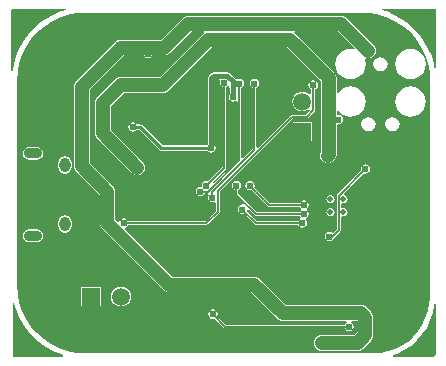
<source format=gbl>
G04*
G04 #@! TF.GenerationSoftware,Altium Limited,Altium Designer,19.1.7 (138)*
G04*
G04 Layer_Physical_Order=2*
G04 Layer_Color=16711680*
%FSLAX44Y44*%
%MOMM*%
G71*
G01*
G75*
%ADD70C,0.1270*%
%ADD74C,0.2540*%
%ADD78C,0.3810*%
%ADD79O,0.9500X1.2500*%
%ADD80O,1.5500X0.9000*%
%ADD81R,1.5000X1.5000*%
%ADD82C,1.5000*%
%ADD83R,1.5000X1.5000*%
%ADD84C,0.6096*%
%ADD85C,0.5000*%
%ADD86C,1.1430*%
G36*
X1220470Y889389D02*
X1219200Y889282D01*
X1218634Y892614D01*
X1216710Y899290D01*
X1214051Y905710D01*
X1210690Y911791D01*
X1206670Y917458D01*
X1202040Y922639D01*
X1196859Y927269D01*
X1191192Y931290D01*
X1185111Y934650D01*
X1178691Y937309D01*
X1174455Y938530D01*
X1174634Y939800D01*
X1220470D01*
Y889389D01*
D02*
G37*
G36*
X907073Y938530D02*
X902840Y937310D01*
X896420Y934651D01*
X890339Y931290D01*
X884672Y927270D01*
X879491Y922640D01*
X874861Y917459D01*
X870841Y911792D01*
X867479Y905711D01*
X864820Y899291D01*
X862897Y892615D01*
X861972Y887172D01*
X860702Y887275D01*
X860356Y938678D01*
X861618Y939800D01*
X906893D01*
X907073Y938530D01*
D02*
G37*
G36*
X923304Y936329D02*
X1158240Y936329D01*
X1158382Y936357D01*
X1165738Y935875D01*
X1173120Y934407D01*
X1180247Y931987D01*
X1186998Y928658D01*
X1193256Y924477D01*
X1198915Y919514D01*
X1203877Y913855D01*
X1208059Y907597D01*
X1211388Y900846D01*
X1213808Y893719D01*
X1215276Y886337D01*
X1215759Y878972D01*
X1215730Y878826D01*
Y868681D01*
Y697193D01*
X1215321Y696582D01*
X1215154Y695740D01*
X1215089Y694497D01*
X1214763Y689513D01*
X1213543Y683382D01*
X1211534Y677464D01*
X1208770Y671858D01*
X1205297Y666660D01*
X1201176Y661961D01*
X1196476Y657840D01*
X1191279Y654367D01*
X1185673Y651602D01*
X1179754Y649593D01*
X1173624Y648374D01*
X1167453Y647969D01*
X1167386Y647983D01*
X923291D01*
X923148Y647954D01*
X915793Y648437D01*
X908411Y649905D01*
X901284Y652324D01*
X894533Y655653D01*
X888275Y659835D01*
X882616Y664798D01*
X877653Y670456D01*
X873472Y676715D01*
X870143Y683465D01*
X867723Y690592D01*
X866255Y697974D01*
X865772Y705340D01*
X865801Y705485D01*
Y878840D01*
X865773Y878982D01*
X866255Y886338D01*
X867723Y893720D01*
X870143Y900847D01*
X873472Y907598D01*
X877653Y913856D01*
X882616Y919515D01*
X888275Y924477D01*
X894533Y928659D01*
X901284Y931988D01*
X908411Y934408D01*
X915793Y935876D01*
X923155Y936358D01*
X923304Y936329D01*
D02*
G37*
G36*
X864820Y685021D02*
X867479Y678602D01*
X870841Y672520D01*
X874861Y666853D01*
X879491Y661673D01*
X884672Y657043D01*
X890339Y653022D01*
X896420Y649661D01*
X902840Y647002D01*
X904868Y646417D01*
X904690Y645160D01*
X862330D01*
X862028Y690128D01*
X863296Y690311D01*
X864820Y685021D01*
D02*
G37*
G36*
X1220470Y689208D02*
Y647048D01*
X1217930Y644508D01*
X1217278Y645160D01*
X1184473D01*
X1184264Y646430D01*
X1187378Y647487D01*
X1193506Y650509D01*
X1199188Y654306D01*
X1204325Y658811D01*
X1208831Y663949D01*
X1212627Y669630D01*
X1215650Y675759D01*
X1217846Y682230D01*
X1219179Y688932D01*
X1219200Y689249D01*
X1220470Y689208D01*
D02*
G37*
%LPC*%
G36*
X1140460Y933761D02*
X1140460Y933761D01*
X1010920D01*
X1010920Y933761D01*
X1009196Y933534D01*
X1007589Y932869D01*
X1006210Y931810D01*
X1006210Y931810D01*
X987841Y913441D01*
X953770D01*
X953770Y913441D01*
X952682Y913298D01*
X952500Y913334D01*
X950964Y913029D01*
X949662Y912158D01*
X949378Y911734D01*
X949060Y911490D01*
X949060Y911490D01*
X916040Y878470D01*
X914981Y877091D01*
X914316Y875484D01*
X914089Y873760D01*
X914089Y873760D01*
Y806450D01*
X914089Y806450D01*
X914316Y804726D01*
X914981Y803120D01*
X916040Y801740D01*
X935679Y782101D01*
Y758510D01*
X935679Y758510D01*
X935906Y756786D01*
X936571Y755180D01*
X937630Y753800D01*
X990020Y701410D01*
X990020Y701410D01*
X991400Y700351D01*
X993006Y699686D01*
X994730Y699459D01*
X1064041D01*
X1086220Y677280D01*
X1086220Y677280D01*
X1087599Y676221D01*
X1089206Y675556D01*
X1090930Y675329D01*
X1090930Y675329D01*
X1144591D01*
X1144960Y674059D01*
X1143972Y673398D01*
X1143177Y672210D01*
X1042671D01*
X1035322Y679558D01*
X1035601Y680961D01*
X1035295Y682497D01*
X1034425Y683799D01*
X1033123Y684669D01*
X1031587Y684975D01*
X1030051Y684669D01*
X1028748Y683799D01*
X1027878Y682497D01*
X1027572Y680961D01*
X1027878Y679425D01*
X1028748Y678122D01*
X1030051Y677252D01*
X1031587Y676947D01*
X1032989Y677226D01*
X1040821Y669394D01*
X1041988Y668910D01*
X1143177D01*
X1143972Y667722D01*
X1145274Y666851D01*
X1146810Y666546D01*
X1148346Y666851D01*
X1149648Y667722D01*
X1150519Y669024D01*
X1150824Y670560D01*
X1150519Y672096D01*
X1149648Y673398D01*
X1148660Y674059D01*
X1149029Y675329D01*
X1154119D01*
Y666045D01*
X1151325Y663251D01*
X1123950D01*
X1122226Y663024D01*
X1120620Y662359D01*
X1119240Y661300D01*
X1118181Y659921D01*
X1117516Y658314D01*
X1117289Y656590D01*
X1117516Y654866D01*
X1118181Y653260D01*
X1119240Y651880D01*
X1120620Y650821D01*
X1122226Y650156D01*
X1123950Y649929D01*
X1154084D01*
X1154084Y649929D01*
X1155808Y650156D01*
X1157415Y650821D01*
X1158794Y651880D01*
X1165490Y658575D01*
X1165490Y658576D01*
X1166549Y659955D01*
X1167214Y661562D01*
X1167441Y663286D01*
Y678180D01*
X1167441Y678180D01*
X1167214Y679904D01*
X1166549Y681510D01*
X1165490Y682890D01*
X1165490Y682890D01*
X1161680Y686700D01*
X1160301Y687759D01*
X1158694Y688424D01*
X1156970Y688651D01*
X1156970Y688651D01*
X1093689D01*
X1071510Y710830D01*
X1070130Y711889D01*
X1068524Y712554D01*
X1066800Y712781D01*
X1066800Y712781D01*
X997489D01*
X957210Y753060D01*
X957628Y754438D01*
X957846Y754481D01*
X959148Y755352D01*
X959943Y756540D01*
X1026160D01*
X1027326Y757024D01*
X1036978Y766676D01*
X1037462Y767842D01*
Y784939D01*
X1099233Y846710D01*
X1111250D01*
X1112416Y847194D01*
X1117630Y852408D01*
X1118114Y853574D01*
Y871263D01*
X1119302Y872058D01*
X1120173Y873360D01*
X1120478Y874896D01*
X1120173Y876432D01*
X1119302Y877734D01*
X1118000Y878605D01*
X1116464Y878910D01*
X1114928Y878605D01*
X1113626Y877734D01*
X1112755Y876432D01*
X1112450Y874896D01*
X1112755Y873360D01*
X1113626Y872058D01*
X1114814Y871263D01*
Y867316D01*
X1113544Y866885D01*
X1113423Y867043D01*
X1111671Y868388D01*
X1109630Y869233D01*
X1107440Y869521D01*
X1105250Y869233D01*
X1103209Y868388D01*
X1101457Y867043D01*
X1100112Y865291D01*
X1099267Y863250D01*
X1098979Y861060D01*
X1099267Y858870D01*
X1100112Y856829D01*
X1101457Y855077D01*
X1103209Y853732D01*
X1105250Y852887D01*
X1107440Y852599D01*
X1109630Y852887D01*
X1111671Y853732D01*
X1112714Y854533D01*
X1114137Y854024D01*
X1114221Y853664D01*
X1110567Y850010D01*
X1098550D01*
X1097384Y849526D01*
X1069623Y821766D01*
X1068450Y822252D01*
Y872667D01*
X1069638Y873462D01*
X1070509Y874764D01*
X1070814Y876300D01*
X1070509Y877836D01*
X1069638Y879138D01*
X1068336Y880009D01*
X1066800Y880314D01*
X1065264Y880009D01*
X1063962Y879138D01*
X1063091Y877836D01*
X1062786Y876300D01*
X1063091Y874764D01*
X1063962Y873462D01*
X1065150Y872667D01*
Y821103D01*
X1056923Y812876D01*
X1055750Y813362D01*
Y872667D01*
X1056938Y873462D01*
X1057809Y874764D01*
X1058114Y876300D01*
X1057809Y877836D01*
X1056938Y879138D01*
X1055636Y880009D01*
X1054100Y880314D01*
X1052564Y880009D01*
X1052147Y879730D01*
X1051957Y879701D01*
X1050504Y880116D01*
X1050272Y880462D01*
X1045834Y884900D01*
X1044910Y885518D01*
X1043820Y885735D01*
X1043820Y885735D01*
X1032202D01*
X1032202Y885735D01*
X1031112Y885518D01*
X1030188Y884900D01*
X1030187Y884900D01*
X1027956Y882669D01*
X1027338Y881744D01*
X1027121Y880654D01*
X1027121Y880654D01*
Y824513D01*
X1026706Y823891D01*
X988972D01*
X971836Y841027D01*
X971122Y841504D01*
X970280Y841671D01*
X967194D01*
X966768Y842308D01*
X965466Y843179D01*
X963930Y843484D01*
X962394Y843179D01*
X961092Y842308D01*
X960221Y841006D01*
X959916Y839470D01*
X960221Y837934D01*
X961092Y836632D01*
X962394Y835761D01*
X963930Y835456D01*
X965466Y835761D01*
X966768Y836632D01*
X967194Y837269D01*
X969368D01*
X986503Y820134D01*
X987218Y819656D01*
X988060Y819489D01*
X1026706D01*
X1027132Y818852D01*
X1028434Y817981D01*
X1029970Y817676D01*
X1031506Y817981D01*
X1032808Y818852D01*
X1033679Y820154D01*
X1033984Y821690D01*
X1033679Y823226D01*
X1032819Y824513D01*
Y879474D01*
X1033382Y880037D01*
X1037138D01*
X1037816Y878767D01*
X1037691Y878580D01*
X1037386Y877044D01*
X1037691Y875508D01*
X1038562Y874205D01*
X1039750Y873411D01*
Y805863D01*
X1027562Y793675D01*
X1026160Y793954D01*
X1024624Y793649D01*
X1023322Y792778D01*
X1022451Y791476D01*
X1022146Y789940D01*
X1022188Y789731D01*
X1021290Y788832D01*
X1021080Y788874D01*
X1019544Y788569D01*
X1018242Y787698D01*
X1017371Y786396D01*
X1017066Y784860D01*
X1017371Y783324D01*
X1018242Y782022D01*
X1019544Y781151D01*
X1021080Y780846D01*
X1022616Y781151D01*
X1023918Y782022D01*
X1024713Y783210D01*
X1027270D01*
X1027819Y782526D01*
X1028013Y782037D01*
X1027531Y781316D01*
X1027226Y779780D01*
X1027531Y778244D01*
X1028402Y776942D01*
X1029704Y776071D01*
X1031240Y775766D01*
X1032776Y776071D01*
X1032892Y776149D01*
X1034162Y775470D01*
Y768525D01*
X1025477Y759840D01*
X959943D01*
X959148Y761028D01*
X957846Y761899D01*
X956310Y762204D01*
X954774Y761899D01*
X953472Y761028D01*
X952601Y759726D01*
X952558Y759508D01*
X951180Y759090D01*
X949001Y761269D01*
Y784860D01*
X949001Y784860D01*
X948774Y786584D01*
X948109Y788191D01*
X947050Y789570D01*
X947050Y789570D01*
X927411Y809209D01*
Y871001D01*
X956529Y900119D01*
X972951D01*
X973792Y898862D01*
X975094Y897991D01*
X976630Y897686D01*
X978166Y897991D01*
X979468Y898862D01*
X980309Y900119D01*
X990600D01*
X990600Y900119D01*
X992324Y900346D01*
X993931Y901011D01*
X995310Y902070D01*
X1013679Y920439D01*
X1023981D01*
X1024312Y919671D01*
X1024336Y919169D01*
X1023101Y918221D01*
X1023101Y918221D01*
X986571Y881691D01*
X953770D01*
X953770Y881691D01*
X952046Y881464D01*
X950440Y880799D01*
X949060Y879740D01*
X949060Y879740D01*
X933820Y864500D01*
X932761Y863120D01*
X932096Y861514D01*
X931869Y859790D01*
X931869Y859790D01*
Y834390D01*
X931869Y834390D01*
X932096Y832666D01*
X932761Y831059D01*
X933820Y829680D01*
X963030Y800470D01*
X964409Y799411D01*
X966016Y798746D01*
X967740Y798519D01*
X969464Y798746D01*
X971070Y799411D01*
X972450Y800470D01*
X973509Y801850D01*
X974174Y803456D01*
X974401Y805180D01*
X974174Y806904D01*
X973509Y808511D01*
X972450Y809890D01*
X945191Y837149D01*
Y857031D01*
X956529Y868369D01*
X989330D01*
X989330Y868369D01*
X991054Y868596D01*
X992661Y869261D01*
X994040Y870320D01*
X1030570Y906850D01*
X1094140D01*
X1122941Y878049D01*
Y817896D01*
X1122596Y817064D01*
X1122369Y815340D01*
X1122596Y813616D01*
X1123261Y812010D01*
X1124320Y810630D01*
X1125699Y809571D01*
X1127306Y808906D01*
X1129030Y808679D01*
X1130754Y808906D01*
X1132361Y809571D01*
X1133740Y810630D01*
X1134311Y811201D01*
X1134312Y811201D01*
X1135370Y812581D01*
X1136036Y814187D01*
X1136263Y815911D01*
X1136263Y815912D01*
Y840841D01*
X1137533Y841883D01*
X1137920Y841806D01*
X1139456Y842111D01*
X1140758Y842982D01*
X1141629Y844284D01*
X1141934Y845820D01*
X1141629Y847356D01*
X1140758Y848658D01*
X1139456Y849529D01*
X1137920Y849834D01*
X1137533Y849757D01*
X1136263Y850799D01*
Y853408D01*
X1137533Y853839D01*
X1138977Y851957D01*
X1141643Y849911D01*
X1144748Y848625D01*
X1148080Y848186D01*
X1151412Y848625D01*
X1154517Y849911D01*
X1157183Y851957D01*
X1159229Y854623D01*
X1160515Y857728D01*
X1160954Y861060D01*
X1160515Y864392D01*
X1159229Y867497D01*
X1157183Y870163D01*
X1154517Y872209D01*
X1151412Y873495D01*
X1148080Y873934D01*
X1144748Y873495D01*
X1141643Y872209D01*
X1138977Y870163D01*
X1137533Y868281D01*
X1136263Y868712D01*
Y880808D01*
X1136263Y880808D01*
X1136036Y882533D01*
X1135370Y884139D01*
X1134312Y885518D01*
X1134311Y885519D01*
X1101609Y918221D01*
X1100374Y919169D01*
X1100398Y919671D01*
X1100729Y920439D01*
X1137701D01*
X1151715Y906425D01*
X1151051Y905292D01*
X1148080Y905684D01*
X1144748Y905245D01*
X1141643Y903959D01*
X1138977Y901913D01*
X1136931Y899247D01*
X1135645Y896142D01*
X1135206Y892810D01*
X1135645Y889478D01*
X1136931Y886373D01*
X1138977Y883707D01*
X1141643Y881661D01*
X1144748Y880375D01*
X1148080Y879936D01*
X1151412Y880375D01*
X1154517Y881661D01*
X1157183Y883707D01*
X1159229Y886373D01*
X1160515Y889478D01*
X1160954Y892810D01*
X1160515Y896142D01*
X1160146Y897032D01*
X1161118Y898004D01*
X1161596Y897806D01*
X1163320Y897579D01*
X1165044Y897806D01*
X1166650Y898471D01*
X1168030Y899530D01*
X1169089Y900910D01*
X1169754Y902516D01*
X1169981Y904240D01*
X1169754Y905964D01*
X1169089Y907570D01*
X1168030Y908950D01*
X1145170Y931810D01*
X1143791Y932869D01*
X1142184Y933534D01*
X1140460Y933761D01*
D02*
G37*
G36*
X1173480Y898766D02*
X1171201Y898313D01*
X1169268Y897022D01*
X1167977Y895089D01*
X1167523Y892810D01*
X1167977Y890531D01*
X1169268Y888598D01*
X1171201Y887307D01*
X1173480Y886853D01*
X1175759Y887307D01*
X1177692Y888598D01*
X1178983Y890531D01*
X1179436Y892810D01*
X1178983Y895089D01*
X1177692Y897022D01*
X1175759Y898313D01*
X1173480Y898766D01*
D02*
G37*
G36*
X1198880Y905684D02*
X1195548Y905245D01*
X1192443Y903959D01*
X1189777Y901913D01*
X1187731Y899247D01*
X1186445Y896142D01*
X1186006Y892810D01*
X1186445Y889478D01*
X1187731Y886373D01*
X1189777Y883707D01*
X1192443Y881661D01*
X1195548Y880375D01*
X1198880Y879936D01*
X1202212Y880375D01*
X1205317Y881661D01*
X1207983Y883707D01*
X1210029Y886373D01*
X1211315Y889478D01*
X1211754Y892810D01*
X1211315Y896142D01*
X1210029Y899247D01*
X1207983Y901913D01*
X1205317Y903959D01*
X1202212Y905245D01*
X1198880Y905684D01*
D02*
G37*
G36*
Y873934D02*
X1195548Y873495D01*
X1192443Y872209D01*
X1189777Y870163D01*
X1187731Y867497D01*
X1186445Y864392D01*
X1186006Y861060D01*
X1186445Y857728D01*
X1187731Y854623D01*
X1189777Y851957D01*
X1192443Y849911D01*
X1195548Y848625D01*
X1198880Y848186D01*
X1202212Y848625D01*
X1205317Y849911D01*
X1207983Y851957D01*
X1210029Y854623D01*
X1211315Y857728D01*
X1211754Y861060D01*
X1211315Y864392D01*
X1210029Y867497D01*
X1207983Y870163D01*
X1205317Y872209D01*
X1202212Y873495D01*
X1198880Y873934D01*
D02*
G37*
G36*
X1183640Y847967D02*
X1181361Y847513D01*
X1179428Y846222D01*
X1178137Y844289D01*
X1177683Y842010D01*
X1178137Y839731D01*
X1179428Y837798D01*
X1181361Y836507D01*
X1183640Y836053D01*
X1185919Y836507D01*
X1187852Y837798D01*
X1189143Y839731D01*
X1189596Y842010D01*
X1189143Y844289D01*
X1187852Y846222D01*
X1185919Y847513D01*
X1183640Y847967D01*
D02*
G37*
G36*
X1163320D02*
X1161041Y847513D01*
X1159108Y846222D01*
X1157817Y844289D01*
X1157364Y842010D01*
X1157817Y839731D01*
X1159108Y837798D01*
X1161041Y836507D01*
X1163320Y836053D01*
X1165599Y836507D01*
X1167532Y837798D01*
X1168823Y839731D01*
X1169277Y842010D01*
X1168823Y844289D01*
X1167532Y846222D01*
X1165599Y847513D01*
X1163320Y847967D01*
D02*
G37*
G36*
X1115829Y844049D02*
X1099051D01*
Y827271D01*
X1115829D01*
Y844049D01*
D02*
G37*
G36*
X882560Y822815D02*
X876060D01*
X873957Y822396D01*
X872175Y821205D01*
X870984Y819423D01*
X870565Y817320D01*
X870984Y815217D01*
X872175Y813435D01*
X873957Y812244D01*
X876060Y811825D01*
X882560D01*
X884663Y812244D01*
X886445Y813435D01*
X887636Y815217D01*
X888055Y817320D01*
X887636Y819423D01*
X886445Y821205D01*
X884663Y822396D01*
X882560Y822815D01*
D02*
G37*
G36*
X906310Y814569D02*
X904110Y814132D01*
X902244Y812886D01*
X900998Y811020D01*
X900561Y808820D01*
Y805820D01*
X900998Y803620D01*
X902244Y801755D01*
X904110Y800508D01*
X906310Y800070D01*
X908510Y800508D01*
X910376Y801755D01*
X911622Y803620D01*
X912059Y805820D01*
Y808820D01*
X911622Y811020D01*
X910376Y812886D01*
X908510Y814132D01*
X906310Y814569D01*
D02*
G37*
G36*
X1160780Y807924D02*
X1159244Y807619D01*
X1157942Y806748D01*
X1157071Y805446D01*
X1156766Y803910D01*
X1157045Y802508D01*
X1136960Y782422D01*
X1136476Y781256D01*
Y752729D01*
X1133327Y749580D01*
X1133138Y749598D01*
X1131836Y750469D01*
X1130300Y750774D01*
X1128764Y750469D01*
X1127462Y749598D01*
X1126591Y748296D01*
X1126286Y746760D01*
X1126591Y745224D01*
X1127462Y743922D01*
X1128764Y743051D01*
X1130300Y742746D01*
X1131836Y743051D01*
X1133138Y743922D01*
X1134009Y745224D01*
X1134101Y745688D01*
X1139292Y750880D01*
X1139776Y752046D01*
Y763479D01*
X1141046Y764144D01*
X1142150Y763925D01*
X1143472Y764188D01*
X1144593Y764937D01*
X1145342Y766058D01*
X1145605Y767380D01*
X1145342Y768702D01*
X1144593Y769823D01*
X1143472Y770572D01*
X1142150Y770835D01*
X1141046Y770616D01*
X1139776Y771281D01*
Y774480D01*
X1141046Y775144D01*
X1142150Y774925D01*
X1143472Y775188D01*
X1144593Y775937D01*
X1145342Y777058D01*
X1145605Y778380D01*
X1145342Y779702D01*
X1144593Y780823D01*
X1143472Y781572D01*
X1142721Y781722D01*
X1142256Y783053D01*
X1159378Y800175D01*
X1160780Y799896D01*
X1162316Y800201D01*
X1163618Y801072D01*
X1164489Y802374D01*
X1164794Y803910D01*
X1164489Y805446D01*
X1163618Y806748D01*
X1162316Y807619D01*
X1160780Y807924D01*
D02*
G37*
G36*
X1131150Y781835D02*
X1129828Y781572D01*
X1128707Y780823D01*
X1127958Y779702D01*
X1127695Y778380D01*
X1127958Y777058D01*
X1128707Y775937D01*
X1129828Y775188D01*
X1131150Y774925D01*
X1132472Y775188D01*
X1133593Y775937D01*
X1134342Y777058D01*
X1134605Y778380D01*
X1134342Y779702D01*
X1133593Y780823D01*
X1132472Y781572D01*
X1131150Y781835D01*
D02*
G37*
G36*
X1062990Y793954D02*
X1061454Y793649D01*
X1060152Y792778D01*
X1059281Y791476D01*
X1058976Y789940D01*
X1059281Y788404D01*
X1060152Y787102D01*
X1061454Y786231D01*
X1062990Y785926D01*
X1064392Y786205D01*
X1078334Y772264D01*
X1079500Y771780D01*
X1105077D01*
X1105872Y770592D01*
X1106183Y770384D01*
Y768856D01*
X1105872Y768648D01*
X1105077Y767460D01*
X1068753D01*
X1053210Y783003D01*
Y786307D01*
X1054398Y787102D01*
X1055269Y788404D01*
X1055574Y789940D01*
X1055269Y791476D01*
X1054398Y792778D01*
X1053096Y793649D01*
X1051560Y793954D01*
X1050024Y793649D01*
X1048722Y792778D01*
X1047851Y791476D01*
X1047546Y789940D01*
X1047851Y788404D01*
X1048722Y787102D01*
X1049910Y786307D01*
Y782320D01*
X1050394Y781154D01*
X1056704Y774843D01*
X1056697Y774721D01*
X1056204Y773547D01*
X1055104Y773329D01*
X1053802Y772458D01*
X1052931Y771156D01*
X1052626Y769620D01*
X1052931Y768084D01*
X1053802Y766782D01*
X1055104Y765911D01*
X1056640Y765606D01*
X1058042Y765885D01*
X1066904Y757024D01*
X1068070Y756540D01*
X1103807D01*
X1104602Y755352D01*
X1105904Y754481D01*
X1107440Y754176D01*
X1108976Y754481D01*
X1110278Y755352D01*
X1111149Y756654D01*
X1111454Y758190D01*
X1111149Y759726D01*
X1110406Y760838D01*
X1110347Y761305D01*
X1110602Y762339D01*
X1111548Y762972D01*
X1112419Y764274D01*
X1112724Y765810D01*
X1112419Y767346D01*
X1111548Y768648D01*
X1111237Y768856D01*
Y770384D01*
X1111548Y770592D01*
X1112419Y771894D01*
X1112724Y773430D01*
X1112419Y774966D01*
X1111548Y776268D01*
X1110246Y777139D01*
X1108710Y777444D01*
X1107174Y777139D01*
X1105872Y776268D01*
X1105077Y775080D01*
X1080183D01*
X1066725Y788538D01*
X1067004Y789940D01*
X1066699Y791476D01*
X1065828Y792778D01*
X1064526Y793649D01*
X1062990Y793954D01*
D02*
G37*
G36*
X1131150Y770835D02*
X1129828Y770572D01*
X1128707Y769823D01*
X1127958Y768702D01*
X1127695Y767380D01*
X1127958Y766058D01*
X1128707Y764937D01*
X1129828Y764188D01*
X1131150Y763925D01*
X1132472Y764188D01*
X1133593Y764937D01*
X1134342Y766058D01*
X1134605Y767380D01*
X1134342Y768702D01*
X1133593Y769823D01*
X1132472Y770572D01*
X1131150Y770835D01*
D02*
G37*
G36*
X906310Y764569D02*
X904110Y764132D01*
X902244Y762886D01*
X900998Y761020D01*
X900561Y758820D01*
Y755820D01*
X900998Y753620D01*
X902244Y751755D01*
X904110Y750508D01*
X906310Y750070D01*
X908510Y750508D01*
X910376Y751755D01*
X911622Y753620D01*
X912059Y755820D01*
Y758820D01*
X911622Y761020D01*
X910376Y762886D01*
X908510Y764132D01*
X906310Y764569D01*
D02*
G37*
G36*
X882560Y752815D02*
X876060D01*
X873957Y752396D01*
X872175Y751205D01*
X870984Y749423D01*
X870565Y747320D01*
X870984Y745217D01*
X872175Y743435D01*
X873957Y742244D01*
X876060Y741825D01*
X882560D01*
X884663Y742244D01*
X886445Y743435D01*
X887636Y745217D01*
X888055Y747320D01*
X887636Y749423D01*
X886445Y751205D01*
X884663Y752396D01*
X882560Y752815D01*
D02*
G37*
G36*
X936759Y704349D02*
X919981D01*
Y687571D01*
X936759D01*
Y704349D01*
D02*
G37*
G36*
X953770Y704421D02*
X951580Y704133D01*
X949539Y703288D01*
X947787Y701943D01*
X946442Y700191D01*
X945597Y698150D01*
X945309Y695960D01*
X945597Y693770D01*
X946442Y691729D01*
X947787Y689977D01*
X949539Y688632D01*
X951580Y687787D01*
X953770Y687499D01*
X955960Y687787D01*
X958001Y688632D01*
X959753Y689977D01*
X961098Y691729D01*
X961943Y693770D01*
X962231Y695960D01*
X961943Y698150D01*
X961098Y700191D01*
X959753Y701943D01*
X958001Y703288D01*
X955960Y704133D01*
X953770Y704421D01*
D02*
G37*
%LPD*%
G36*
X1044914Y873981D02*
X1045441Y873720D01*
X1045626Y872790D01*
X1045734Y872629D01*
Y867038D01*
X1045311Y866406D01*
X1045006Y864870D01*
X1045311Y863334D01*
X1046182Y862032D01*
X1047484Y861161D01*
X1049020Y860856D01*
X1050556Y861161D01*
X1051180Y861579D01*
X1052450Y860900D01*
Y812097D01*
X1032319Y791966D01*
X1030912Y792355D01*
X1030911Y792358D01*
X1042566Y804014D01*
X1043050Y805180D01*
Y873411D01*
X1044139Y874139D01*
X1044914Y873981D01*
D02*
G37*
G36*
X1066904Y764644D02*
X1068070Y764160D01*
X1105077D01*
X1105744Y763162D01*
X1105781Y762875D01*
X1105727Y762385D01*
X1105548Y761661D01*
X1104602Y761028D01*
X1103807Y759840D01*
X1068753D01*
X1060582Y768010D01*
X1060809Y769162D01*
X1061978Y769569D01*
X1066904Y764644D01*
D02*
G37*
D70*
X1041988Y670560D02*
X1146810D01*
X1031587Y680961D02*
X1041988Y670560D01*
X1130300Y746760D02*
X1131044Y746016D01*
X1132096D01*
X1138126Y752046D01*
Y781256D01*
X1160780Y803910D01*
X1098550Y848360D02*
X1111250D01*
X1035812Y785622D02*
X1098550Y848360D01*
X1116464Y853574D02*
Y874896D01*
X1111250Y848360D02*
X1116464Y853574D01*
X1035812Y767842D02*
Y785622D01*
X1031240Y784860D02*
X1066800Y820420D01*
X1054100Y811414D02*
Y876300D01*
X1027546Y784860D02*
X1054100Y811414D01*
X1031240Y779780D02*
Y784860D01*
X1066800Y820420D02*
Y876300D01*
X1041400Y805180D02*
Y877044D01*
X1026160Y789940D02*
X1041400Y805180D01*
X1026160Y758190D02*
X1035812Y767842D01*
X956310Y758190D02*
X1026160D01*
X1062990Y789940D02*
X1079500Y773430D01*
X1051560Y782320D02*
X1068070Y765810D01*
X1051560Y782320D02*
Y789940D01*
X1079500Y773430D02*
X1108710D01*
X1068070Y765810D02*
X1108710D01*
X1068070Y758190D02*
X1107440D01*
X1056640Y769620D02*
X1068070Y758190D01*
X1021080Y784860D02*
X1027546D01*
D74*
X988060Y821690D02*
X1029970D01*
X970280Y839470D02*
X988060Y821690D01*
X963930Y839470D02*
X970280D01*
D78*
X1032202Y882886D02*
X1043820D01*
X1029970Y880654D02*
X1032202Y882886D01*
X1029970Y821690D02*
Y880654D01*
X1043820Y882886D02*
X1048258Y878448D01*
Y873880D02*
Y878448D01*
Y873880D02*
X1048583Y873556D01*
Y865307D02*
Y873556D01*
Y865307D02*
X1049020Y864870D01*
D79*
X906310Y757320D02*
D03*
Y807320D02*
D03*
D80*
X879310Y747320D02*
D03*
Y817320D02*
D03*
D81*
X1107440Y835660D02*
D03*
D82*
Y861060D02*
D03*
X953770Y695960D02*
D03*
D83*
X928370D02*
D03*
D84*
X1193800Y914400D02*
D03*
X1206500Y838200D02*
D03*
X1193800Y812800D02*
D03*
X1206500Y736600D02*
D03*
X1193800Y711200D02*
D03*
X1206500Y685800D02*
D03*
X1193800Y660400D02*
D03*
X1168400Y914400D02*
D03*
Y812800D02*
D03*
X1181100Y787400D02*
D03*
Y736600D02*
D03*
X1168400Y711200D02*
D03*
X1181100Y685800D02*
D03*
X1117600Y914400D02*
D03*
X1104900Y889000D02*
D03*
X1092200Y863600D02*
D03*
Y812800D02*
D03*
X1104900Y736600D02*
D03*
X1092200Y660400D02*
D03*
X1079500Y889000D02*
D03*
Y736600D02*
D03*
X1066800Y660400D02*
D03*
X1041400Y762000D02*
D03*
X1054100Y736600D02*
D03*
X1028700Y889000D02*
D03*
X1016000Y863600D02*
D03*
X1028700Y736600D02*
D03*
X1016000Y660400D02*
D03*
X990600Y812800D02*
D03*
X1003300Y787400D02*
D03*
Y736600D02*
D03*
X990600Y660400D02*
D03*
X965200Y711200D02*
D03*
Y660400D02*
D03*
X939800Y914400D02*
D03*
X952500Y889000D02*
D03*
X939800Y812800D02*
D03*
Y711200D02*
D03*
Y660400D02*
D03*
X914400Y914400D02*
D03*
X927100Y736600D02*
D03*
X914400Y711200D02*
D03*
Y660400D02*
D03*
X889000Y914400D02*
D03*
X901700Y889000D02*
D03*
X889000Y863600D02*
D03*
X901700Y838200D02*
D03*
Y736600D02*
D03*
X889000Y711200D02*
D03*
X901700Y685800D02*
D03*
X876300Y889000D02*
D03*
Y838200D02*
D03*
Y736600D02*
D03*
Y685800D02*
D03*
X1106170Y815340D02*
D03*
X1109980Y822960D02*
D03*
X1127760Y836930D02*
D03*
X1137920Y845820D02*
D03*
X1151890Y834390D02*
D03*
X1007110Y706120D02*
D03*
X1075690Y695960D02*
D03*
X1123950Y656590D02*
D03*
X1160780Y678180D02*
D03*
X976630Y901700D02*
D03*
X952500Y909320D02*
D03*
X1041400Y927100D02*
D03*
X1164590Y902970D02*
D03*
X942340Y784860D02*
D03*
X1130300Y746760D02*
D03*
X1160780Y803910D02*
D03*
X1129030Y815340D02*
D03*
X979170Y877570D02*
D03*
X1116464Y874896D02*
D03*
X967740Y805180D02*
D03*
X956310Y758190D02*
D03*
X1051560Y789940D02*
D03*
X1031240Y779780D02*
D03*
X1021080Y784860D02*
D03*
X1026160Y789940D02*
D03*
X1056640Y769620D02*
D03*
X1031587Y680961D02*
D03*
X1062990Y789940D02*
D03*
X1049020Y864870D02*
D03*
X963930Y839470D02*
D03*
X1029970Y821690D02*
D03*
X1066800Y876300D02*
D03*
X1054100D02*
D03*
X1041400Y877044D02*
D03*
X1146810Y670560D02*
D03*
X1107440Y758190D02*
D03*
X1108710Y765810D02*
D03*
Y773430D02*
D03*
D85*
X1131150Y778380D02*
D03*
X1142150D02*
D03*
X1131150Y767380D02*
D03*
X1142150D02*
D03*
D86*
X938530Y834390D02*
X967740Y805180D01*
X938530Y834390D02*
Y859790D01*
X979170Y875030D02*
X989330D01*
X1129602Y815911D02*
Y880808D01*
X953770Y875030D02*
X979170D01*
X1066800Y706120D02*
X1090930Y681990D01*
X953770Y906780D02*
X990600D01*
X1010920Y927100D01*
X920750Y873760D02*
X953770Y906780D01*
X1007110Y706120D02*
X1066800D01*
X994730D02*
X1007110D01*
X1154084Y656590D02*
X1160780Y663286D01*
Y678180D01*
X1123950Y656590D02*
X1154084D01*
X1090930Y681990D02*
X1156970D01*
X1160780Y678180D01*
X942340Y758510D02*
X994730Y706120D01*
X1041400Y927100D02*
X1140460D01*
X1010920D02*
X1041400D01*
X1140460D02*
X1163320Y904240D01*
X942340Y758510D02*
Y784860D01*
X1096899Y913511D02*
X1129602Y880808D01*
X1027811Y913511D02*
X1096899D01*
X989330Y875030D02*
X1027811Y913511D01*
X920750Y806450D02*
Y873760D01*
Y806450D02*
X942340Y784860D01*
X938530Y859790D02*
X953770Y875030D01*
X1129030Y815340D02*
X1129602Y815911D01*
M02*

</source>
